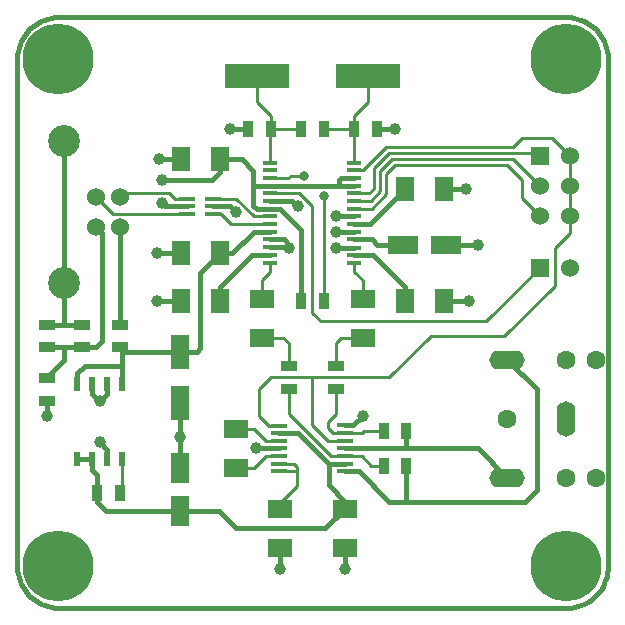
<source format=gtl>
G04 (created by PCBNEW-RS274X (2011-01-25 BZR 2758)-stable) date 2011-04-14T22:21:49 CEST*
G01*
G70*
G90*
%MOIN*%
G04 Gerber Fmt 3.4, Leading zero omitted, Abs format*
%FSLAX34Y34*%
G04 APERTURE LIST*
%ADD10C,0.006000*%
%ADD11C,0.015000*%
%ADD12R,0.102400X0.063000*%
%ADD13R,0.063000X0.102400*%
%ADD14R,0.063000X0.118100*%
%ADD15R,0.060000X0.060000*%
%ADD16C,0.060000*%
%ADD17R,0.216500X0.078700*%
%ADD18R,0.035000X0.055000*%
%ADD19R,0.055000X0.035000*%
%ADD20R,0.080000X0.060000*%
%ADD21R,0.020000X0.045000*%
%ADD22R,0.055000X0.017000*%
%ADD23R,0.050000X0.016000*%
%ADD24C,0.106300*%
%ADD25C,0.063000*%
%ADD26O,0.063000X0.118100*%
%ADD27O,0.118100X0.063000*%
%ADD28R,0.060000X0.080000*%
%ADD29C,0.236200*%
%ADD30R,0.055100X0.015700*%
%ADD31C,0.031500*%
%ADD32C,0.039400*%
%ADD33C,0.015700*%
%ADD34C,0.009800*%
G04 APERTURE END LIST*
G54D10*
G54D11*
X04232Y-02657D02*
X21161Y-02657D01*
X02854Y-20964D02*
X02854Y-04035D01*
X21063Y-22342D02*
X04232Y-22342D01*
X21063Y-22341D02*
X21182Y-22344D01*
X21302Y-22337D01*
X21422Y-22320D01*
X21539Y-22292D01*
X21653Y-22254D01*
X21764Y-22206D01*
X21870Y-22148D01*
X21970Y-22082D01*
X22065Y-22007D01*
X22152Y-21925D01*
X22232Y-21834D01*
X22304Y-21738D01*
X22367Y-21635D01*
X22421Y-21527D01*
X22465Y-21415D01*
X22500Y-21300D01*
X22524Y-21182D01*
X22538Y-21062D01*
X22539Y-04035D02*
X22539Y-21063D01*
X22539Y-04035D02*
X22533Y-03915D01*
X22518Y-03796D01*
X22492Y-03679D01*
X22455Y-03564D01*
X22409Y-03453D01*
X22354Y-03347D01*
X22289Y-03245D01*
X22216Y-03150D01*
X22135Y-03061D01*
X22046Y-02980D01*
X21951Y-02907D01*
X21850Y-02842D01*
X21743Y-02787D01*
X21632Y-02741D01*
X21517Y-02704D01*
X21400Y-02678D01*
X21281Y-02663D01*
X21161Y-02657D01*
X04232Y-02657D02*
X04112Y-02663D01*
X03993Y-02678D01*
X03876Y-02704D01*
X03761Y-02741D01*
X03650Y-02787D01*
X03544Y-02842D01*
X03442Y-02907D01*
X03347Y-02980D01*
X03258Y-03061D01*
X03177Y-03150D01*
X03104Y-03245D01*
X03039Y-03347D01*
X02984Y-03453D01*
X02938Y-03564D01*
X02901Y-03679D01*
X02875Y-03796D01*
X02860Y-03915D01*
X02854Y-04035D01*
X02854Y-20964D02*
X02860Y-21084D01*
X02875Y-21203D01*
X02901Y-21320D01*
X02938Y-21435D01*
X02984Y-21546D01*
X03039Y-21652D01*
X03104Y-21754D01*
X03177Y-21849D01*
X03258Y-21938D01*
X03347Y-22019D01*
X03442Y-22092D01*
X03544Y-22157D01*
X03650Y-22212D01*
X03761Y-22258D01*
X03876Y-22295D01*
X03993Y-22321D01*
X04112Y-22336D01*
X04232Y-22342D01*
G54D12*
X15728Y-10236D03*
X17146Y-10236D03*
G54D13*
X08267Y-19114D03*
X08267Y-17696D03*
G54D14*
X08267Y-13799D03*
X08267Y-15531D03*
G54D15*
X20267Y-11023D03*
G54D16*
X21267Y-11023D03*
G54D15*
X20267Y-07267D03*
G54D16*
X21267Y-07267D03*
X20267Y-08267D03*
X21267Y-08267D03*
X20267Y-09267D03*
X21267Y-09267D03*
G54D17*
X10846Y-04625D03*
X14546Y-04625D03*
G54D18*
X15828Y-17618D03*
X15078Y-17618D03*
X15828Y-16437D03*
X15078Y-16437D03*
G54D19*
X13484Y-14290D03*
X13484Y-15040D03*
G54D18*
X12321Y-06397D03*
X13071Y-06397D03*
G54D19*
X11909Y-14290D03*
X11909Y-15040D03*
G54D18*
X13072Y-12106D03*
X12322Y-12106D03*
G54D19*
X03838Y-12912D03*
X03838Y-13662D03*
X03838Y-14684D03*
X03838Y-15434D03*
X06299Y-13662D03*
X06299Y-12912D03*
G54D18*
X14093Y-06397D03*
X14843Y-06397D03*
X10550Y-06397D03*
X11300Y-06397D03*
X05530Y-18503D03*
X06280Y-18503D03*
G54D19*
X05019Y-12912D03*
X05019Y-13662D03*
G54D20*
X14370Y-12046D03*
X14370Y-13346D03*
X11023Y-12046D03*
X11023Y-13346D03*
G54D21*
X04860Y-14891D03*
X05360Y-14891D03*
X05860Y-14891D03*
X06360Y-14891D03*
X06360Y-17391D03*
X05860Y-17391D03*
X05360Y-17391D03*
X04860Y-17391D03*
G54D22*
X11597Y-16267D03*
X11597Y-16517D03*
X11597Y-16777D03*
X11597Y-17027D03*
X11597Y-17287D03*
X11597Y-17542D03*
X11597Y-17797D03*
X13797Y-17797D03*
X13797Y-17542D03*
X13797Y-17287D03*
X13797Y-17027D03*
X13797Y-16772D03*
X13797Y-16517D03*
X13797Y-16262D03*
G54D23*
X11294Y-07503D03*
X11294Y-07753D03*
X11294Y-08013D03*
X11294Y-08273D03*
X11294Y-08523D03*
X11294Y-08783D03*
X11294Y-09043D03*
X11294Y-09293D03*
X11294Y-09553D03*
X11294Y-09803D03*
X11294Y-10063D03*
X11294Y-10323D03*
X11294Y-10573D03*
X11294Y-10833D03*
X14094Y-10833D03*
X14094Y-10573D03*
X14094Y-10333D03*
X14094Y-10063D03*
X14094Y-09803D03*
X14094Y-09553D03*
X14094Y-09293D03*
X14094Y-09043D03*
X14094Y-08783D03*
X14094Y-08523D03*
X14094Y-08273D03*
X14094Y-08013D03*
X14094Y-07753D03*
X14094Y-07503D03*
G54D16*
X06279Y-09653D03*
X06279Y-08653D03*
X05492Y-08653D03*
X05492Y-09653D03*
G54D24*
X04429Y-11515D03*
X04429Y-06791D03*
G54D25*
X22145Y-18012D03*
X21161Y-18012D03*
X22145Y-14074D03*
X21161Y-14074D03*
X19192Y-16043D03*
G54D26*
X21161Y-16043D03*
G54D27*
X19192Y-18012D03*
X19192Y-14074D03*
G54D28*
X09606Y-07381D03*
X08306Y-07381D03*
X08306Y-10531D03*
X09606Y-10531D03*
X08306Y-12106D03*
X09606Y-12106D03*
X17087Y-08366D03*
X15787Y-08366D03*
X15787Y-12106D03*
X17087Y-12106D03*
G54D20*
X10138Y-16377D03*
X10138Y-17677D03*
X11614Y-19035D03*
X11614Y-20335D03*
X13779Y-19035D03*
X13779Y-20335D03*
G54D29*
X04232Y-04035D03*
X21161Y-04035D03*
X04232Y-20964D03*
X21161Y-20964D03*
G54D30*
X08523Y-08956D03*
X08523Y-09212D03*
X08523Y-08700D03*
X09389Y-09212D03*
X09389Y-08956D03*
X09389Y-08700D03*
G54D31*
X12401Y-07933D03*
X13071Y-08602D03*
G54D32*
X07677Y-08858D03*
X07677Y-08070D03*
X07578Y-07381D03*
X05610Y-15452D03*
X08267Y-16633D03*
X05610Y-16830D03*
X03838Y-15944D03*
X14370Y-15944D03*
X10827Y-17027D03*
X13779Y-21063D03*
X11614Y-21063D03*
X12204Y-08956D03*
X17815Y-08366D03*
X15453Y-06397D03*
X17913Y-12106D03*
X18208Y-10236D03*
X09941Y-06397D03*
X07500Y-12106D03*
X07500Y-10531D03*
X10138Y-09153D03*
X13484Y-09291D03*
X13484Y-09803D03*
X13484Y-10334D03*
X11909Y-10334D03*
G54D33*
X08267Y-19114D02*
X09567Y-19114D01*
X13129Y-19685D02*
X13779Y-19035D01*
X10138Y-19685D02*
X13129Y-19685D01*
X09567Y-19114D02*
X10138Y-19685D01*
X05360Y-17391D02*
X05360Y-17761D01*
X05530Y-17931D02*
X05530Y-18503D01*
X05360Y-17761D02*
X05530Y-17931D01*
X05530Y-18503D02*
X05530Y-18817D01*
X05530Y-18817D02*
X05827Y-19114D01*
X05827Y-19114D02*
X08267Y-19114D01*
X13779Y-19035D02*
X13779Y-18799D01*
X13245Y-18265D02*
X13245Y-17542D01*
X13779Y-18799D02*
X13245Y-18265D01*
X05360Y-17391D02*
X04860Y-17391D01*
X11597Y-16517D02*
X12220Y-16517D01*
X12220Y-16517D02*
X13206Y-17503D01*
X13206Y-17503D02*
X13245Y-17542D01*
X13245Y-17542D02*
X13797Y-17542D01*
G54D34*
X21267Y-09267D02*
X21267Y-09835D01*
X15256Y-14665D02*
X12697Y-14665D01*
X16634Y-13287D02*
X15256Y-14665D01*
X19094Y-13287D02*
X16634Y-13287D01*
X20767Y-11614D02*
X19094Y-13287D01*
X20767Y-10335D02*
X20767Y-11614D01*
X21267Y-09835D02*
X20767Y-10335D01*
X13797Y-16772D02*
X13229Y-16772D01*
X13229Y-16772D02*
X12697Y-16240D01*
X12697Y-16240D02*
X12697Y-14665D01*
X11247Y-16267D02*
X11597Y-16267D01*
X12697Y-14665D02*
X11319Y-14665D01*
X11319Y-14665D02*
X10925Y-15059D01*
X10925Y-15059D02*
X10925Y-15945D01*
X10925Y-15945D02*
X11247Y-16267D01*
X21267Y-08267D02*
X21267Y-09267D01*
X21267Y-07267D02*
X21267Y-08267D01*
X14094Y-07753D02*
X14392Y-07753D01*
X20692Y-06692D02*
X21267Y-07267D01*
X19685Y-06692D02*
X20692Y-06692D01*
X19389Y-06988D02*
X19685Y-06692D01*
X15157Y-06988D02*
X19389Y-06988D01*
X14392Y-07753D02*
X15157Y-06988D01*
X11294Y-09553D02*
X09986Y-09553D01*
X09645Y-09212D02*
X09389Y-09212D01*
X09986Y-09553D02*
X09645Y-09212D01*
X11294Y-09293D02*
X10750Y-09293D01*
X10157Y-08700D02*
X09389Y-08700D01*
X10750Y-09293D02*
X10157Y-08700D01*
X11294Y-08523D02*
X12264Y-08523D01*
X18495Y-12795D02*
X20267Y-11023D01*
X12992Y-12795D02*
X18495Y-12795D01*
X12697Y-12500D02*
X12992Y-12795D01*
X12697Y-08956D02*
X12697Y-12500D01*
X12264Y-08523D02*
X12697Y-08956D01*
X13072Y-12106D02*
X13072Y-08603D01*
X11888Y-08013D02*
X11294Y-08013D01*
X11968Y-07933D02*
X11888Y-08013D01*
X12401Y-07933D02*
X11968Y-07933D01*
X13072Y-08603D02*
X13071Y-08602D01*
X11909Y-15040D02*
X11909Y-15885D01*
X13311Y-17287D02*
X13797Y-17287D01*
X11909Y-15885D02*
X13311Y-17287D01*
X13797Y-17287D02*
X14334Y-17287D01*
X14665Y-17618D02*
X15078Y-17618D01*
X14334Y-17287D02*
X14665Y-17618D01*
G54D33*
X15828Y-17618D02*
X15828Y-18799D01*
X15828Y-18799D02*
X15846Y-18799D01*
X13797Y-17797D02*
X14254Y-17797D01*
X20177Y-15059D02*
X19192Y-14074D01*
X20177Y-18405D02*
X20177Y-15059D01*
X19783Y-18799D02*
X20177Y-18405D01*
X15256Y-18799D02*
X15846Y-18799D01*
X15846Y-18799D02*
X19783Y-18799D01*
X14254Y-17797D02*
X15256Y-18799D01*
X15828Y-16437D02*
X15828Y-17027D01*
X15828Y-17027D02*
X15846Y-17027D01*
X13797Y-17027D02*
X15846Y-17027D01*
X15846Y-17027D02*
X18207Y-17027D01*
X18207Y-17027D02*
X19192Y-18012D01*
G54D34*
X13484Y-15040D02*
X13484Y-15885D01*
X13368Y-16517D02*
X13797Y-16517D01*
X13208Y-16357D02*
X13368Y-16517D01*
X13208Y-16161D02*
X13208Y-16357D01*
X13484Y-15885D02*
X13208Y-16161D01*
X13797Y-16517D02*
X14349Y-16517D01*
X14429Y-16437D02*
X15078Y-16437D01*
X14349Y-16517D02*
X14429Y-16437D01*
G54D33*
X04429Y-11515D02*
X04429Y-06791D01*
X04429Y-12912D02*
X04429Y-11515D01*
X03838Y-12912D02*
X04429Y-12912D01*
X04429Y-12912D02*
X05019Y-12912D01*
X09606Y-11653D02*
X09606Y-12106D01*
X10686Y-10573D02*
X09606Y-11653D01*
X11294Y-10573D02*
X10686Y-10573D01*
X14600Y-09553D02*
X15787Y-08366D01*
X14094Y-09553D02*
X14600Y-09553D01*
X14094Y-10573D02*
X14707Y-10573D01*
X15787Y-11653D02*
X15787Y-12106D01*
X14707Y-10573D02*
X15787Y-11653D01*
X14862Y-10236D02*
X15728Y-10236D01*
X14689Y-10063D02*
X14862Y-10236D01*
X14094Y-10063D02*
X14689Y-10063D01*
X14094Y-08013D02*
X13639Y-08013D01*
X13582Y-08070D02*
X13582Y-08273D01*
X13639Y-08013D02*
X13582Y-08070D01*
X14094Y-08273D02*
X13582Y-08273D01*
X13582Y-08273D02*
X11294Y-08273D01*
X11294Y-08273D02*
X10728Y-08273D01*
X10728Y-08273D02*
X10728Y-08267D01*
X11294Y-09043D02*
X10839Y-09043D01*
X10839Y-09043D02*
X10728Y-08932D01*
X10728Y-08932D02*
X10728Y-08267D01*
X10334Y-07381D02*
X09606Y-07381D01*
X10728Y-08267D02*
X10728Y-07775D01*
X10728Y-07775D02*
X10334Y-07381D01*
X08523Y-08956D02*
X07775Y-08956D01*
X07775Y-08956D02*
X07677Y-08858D01*
X07677Y-08070D02*
X09350Y-08070D01*
X09350Y-08070D02*
X09606Y-07814D01*
X09606Y-07814D02*
X09606Y-07381D01*
X11294Y-09043D02*
X11602Y-09043D01*
X12322Y-09763D02*
X12322Y-12106D01*
X11602Y-09043D02*
X12322Y-09763D01*
G54D34*
X14093Y-06397D02*
X13071Y-06397D01*
X14093Y-06397D02*
X14093Y-05946D01*
X14546Y-05493D02*
X14546Y-04625D01*
X14093Y-05946D02*
X14546Y-05493D01*
X14094Y-07503D02*
X14094Y-06398D01*
X14094Y-06398D02*
X14093Y-06397D01*
X11300Y-06397D02*
X11300Y-05946D01*
X10846Y-05492D02*
X10846Y-04625D01*
X11300Y-05946D02*
X10846Y-05492D01*
X11294Y-07503D02*
X11294Y-06403D01*
X11294Y-06403D02*
X11300Y-06397D01*
X12321Y-06397D02*
X11300Y-06397D01*
G54D33*
X11294Y-10063D02*
X11737Y-10063D01*
X11909Y-10235D02*
X11909Y-10334D01*
X11737Y-10063D02*
X11909Y-10235D01*
X08306Y-07381D02*
X07578Y-07381D01*
X08267Y-16535D02*
X08267Y-16633D01*
X08267Y-16633D02*
X08267Y-17696D01*
X05860Y-17080D02*
X05610Y-16830D01*
X05860Y-17391D02*
X05860Y-17080D01*
X08267Y-16535D02*
X08267Y-15531D01*
X05860Y-14891D02*
X05860Y-15202D01*
X05860Y-15202D02*
X05610Y-15452D01*
X05360Y-14891D02*
X05360Y-15202D01*
X05360Y-15202D02*
X05610Y-15452D01*
X03838Y-15944D02*
X03838Y-15434D01*
X13797Y-16262D02*
X14052Y-16262D01*
X14052Y-16262D02*
X14370Y-15944D01*
X11597Y-17027D02*
X10827Y-17027D01*
X11614Y-20335D02*
X11614Y-21063D01*
X13779Y-21063D02*
X13779Y-20335D01*
X11294Y-08783D02*
X12031Y-08783D01*
X12031Y-08783D02*
X12204Y-08956D01*
X17087Y-08366D02*
X17815Y-08366D01*
X14843Y-06397D02*
X15453Y-06397D01*
X17087Y-12106D02*
X17913Y-12106D01*
X17146Y-10236D02*
X18208Y-10236D01*
X10550Y-06397D02*
X09941Y-06397D01*
X08306Y-12106D02*
X07500Y-12106D01*
X08306Y-10531D02*
X07500Y-10531D01*
X09389Y-08956D02*
X09941Y-08956D01*
X09941Y-08956D02*
X10138Y-09153D01*
X14094Y-09293D02*
X13486Y-09293D01*
X13486Y-09293D02*
X13484Y-09291D01*
X14094Y-09803D02*
X13484Y-09803D01*
X11294Y-10323D02*
X11898Y-10323D01*
X14094Y-10334D02*
X14094Y-10333D01*
X13484Y-10334D02*
X14094Y-10334D01*
X11898Y-10323D02*
X11909Y-10334D01*
G54D34*
X11597Y-16777D02*
X11147Y-16777D01*
X10747Y-16377D02*
X10138Y-16377D01*
X11147Y-16777D02*
X10747Y-16377D01*
X11023Y-13346D02*
X11732Y-13346D01*
X11909Y-13523D02*
X11909Y-14290D01*
X11732Y-13346D02*
X11909Y-13523D01*
X14370Y-13346D02*
X13661Y-13346D01*
X13484Y-13523D02*
X13484Y-14290D01*
X13661Y-13346D02*
X13484Y-13523D01*
X08523Y-08700D02*
X08109Y-08700D01*
X06409Y-08523D02*
X06279Y-08653D01*
X07932Y-08523D02*
X06409Y-08523D01*
X08109Y-08700D02*
X07932Y-08523D01*
X08523Y-09212D02*
X06051Y-09212D01*
X06051Y-09212D02*
X05492Y-08653D01*
G54D33*
X06299Y-09673D02*
X06279Y-09653D01*
X06299Y-12912D02*
X06299Y-09673D01*
X03838Y-14684D02*
X03838Y-14665D01*
X04429Y-14074D02*
X04429Y-13662D01*
X03838Y-14665D02*
X04429Y-14074D01*
X05019Y-13662D02*
X05471Y-13662D01*
X05689Y-09850D02*
X05492Y-09653D01*
X05689Y-13444D02*
X05689Y-09850D01*
X05471Y-13662D02*
X05689Y-13444D01*
X03838Y-13662D02*
X04429Y-13662D01*
X04429Y-13662D02*
X05019Y-13662D01*
G54D34*
X14094Y-10833D02*
X14094Y-11141D01*
X14370Y-11417D02*
X14370Y-12046D01*
X14094Y-11141D02*
X14370Y-11417D01*
X14094Y-08523D02*
X14597Y-08518D01*
X20185Y-07185D02*
X20267Y-07267D01*
X15256Y-07185D02*
X20185Y-07185D01*
X14764Y-07677D02*
X15256Y-07185D01*
X14764Y-08366D02*
X14764Y-07677D01*
X14597Y-08518D02*
X14764Y-08366D01*
X11294Y-10833D02*
X11294Y-11147D01*
X11023Y-11418D02*
X11023Y-12046D01*
X11294Y-11147D02*
X11023Y-11418D01*
X14094Y-08783D02*
X14641Y-08783D01*
X14641Y-08783D02*
X14960Y-08464D01*
X14960Y-08464D02*
X14960Y-07775D01*
X14960Y-07775D02*
X15354Y-07381D01*
X15354Y-07381D02*
X19381Y-07381D01*
X19381Y-07381D02*
X20267Y-08267D01*
X14094Y-09043D02*
X14677Y-09043D01*
X14677Y-09043D02*
X15157Y-08563D01*
X15157Y-08563D02*
X15157Y-07874D01*
X15157Y-07874D02*
X15453Y-07578D01*
X15453Y-07578D02*
X19192Y-07578D01*
X19192Y-07578D02*
X19685Y-08071D01*
X19685Y-08071D02*
X19685Y-08685D01*
X19685Y-08685D02*
X20267Y-09267D01*
X06360Y-17391D02*
X06360Y-18423D01*
X06360Y-18423D02*
X06280Y-18503D01*
X11597Y-17797D02*
X12185Y-17797D01*
X12185Y-17797D02*
X12185Y-17815D01*
X11614Y-19035D02*
X11614Y-18858D01*
X12070Y-17542D02*
X11597Y-17542D01*
X12185Y-17657D02*
X12070Y-17542D01*
X12185Y-18287D02*
X12185Y-17815D01*
X12185Y-17815D02*
X12185Y-17657D01*
X11614Y-18858D02*
X12185Y-18287D01*
X11597Y-17287D02*
X11137Y-17287D01*
X10747Y-17677D02*
X10138Y-17677D01*
X11137Y-17287D02*
X10747Y-17677D01*
G54D33*
X09606Y-10531D02*
X10019Y-10531D01*
X10747Y-09803D02*
X11294Y-09803D01*
X10019Y-10531D02*
X10747Y-09803D01*
X08267Y-13799D02*
X08838Y-13799D01*
X08956Y-11181D02*
X09606Y-10531D01*
X08956Y-13681D02*
X08956Y-11181D01*
X08838Y-13799D02*
X08956Y-13681D01*
X08267Y-13799D02*
X06436Y-13799D01*
X06436Y-13799D02*
X06299Y-13662D01*
X04860Y-14891D02*
X04860Y-14529D01*
X05118Y-14271D02*
X06360Y-14271D01*
X04860Y-14529D02*
X05118Y-14271D01*
X06360Y-14891D02*
X06360Y-14271D01*
X06360Y-14271D02*
X06360Y-13723D01*
X06360Y-13723D02*
X06299Y-13662D01*
M02*

</source>
